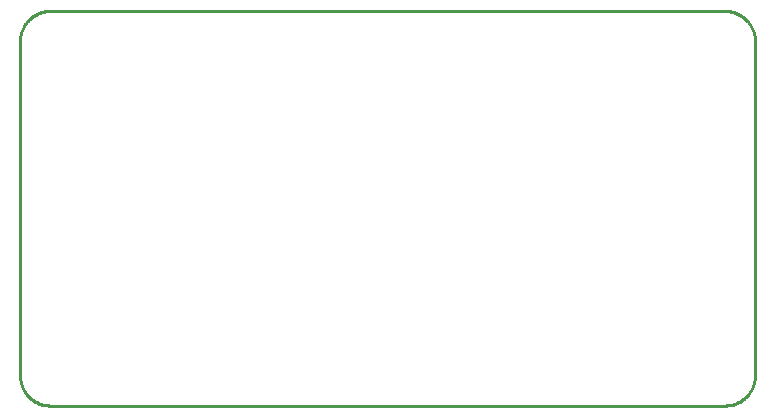
<source format=gko>
*%FSLAX25Y25*%
*%MOIN*%
G01*
%ADD11C,0.00100*%
%ADD12C,0.00700*%
%ADD13C,0.00733*%
%ADD14C,0.01000*%
%ADD15C,0.01200*%
%ADD16C,0.01500*%
%ADD17C,0.02000*%
%ADD18C,0.03000*%
%ADD19C,0.04000*%
%ADD20C,0.04800*%
%ADD21C,0.05000*%
%ADD22C,0.05800*%
%ADD23C,0.07000*%
%ADD24C,0.08000*%
%ADD25C,0.08800*%
%ADD26C,0.12000*%
%ADD27R,0.00967X0.00967*%
%ADD28R,0.01000X0.01000*%
%ADD29R,0.01386X0.01386*%
%ADD30R,0.01500X0.01500*%
%ADD31R,0.02000X0.02000*%
%ADD32R,0.02000X0.02000*%
%ADD33R,0.02500X0.02500*%
%ADD34R,0.02500X0.02500*%
%ADD35R,0.03000X0.03000*%
%ADD36R,0.03000X0.03000*%
%ADD37R,0.03500X0.03500*%
%ADD38R,0.03500X0.03500*%
%ADD39R,0.03800X0.03800*%
%ADD40R,0.04000X0.04000*%
%ADD41R,0.04000X0.04000*%
%ADD42R,0.04500X0.04500*%
%ADD43R,0.05000X0.05000*%
%ADD44R,0.05000X0.06000*%
%ADD45R,0.05000X0.05000*%
%ADD46R,0.05800X0.06800*%
%ADD47R,0.06000X0.05000*%
%ADD48R,0.06000X0.06000*%
%ADD49R,0.06800X0.05800*%
%ADD50R,0.08500X0.08500*%
%ADD51R,0.09000X0.09000*%
%ADD52R,0.10000X0.10000*%
D14*
X876300Y862000D02*
X1101300D01*
Y730500D02*
X876300D01*
X866300Y740500D02*
Y852000D01*
X1111300D02*
Y740500D01*
X876300Y862000D02*
X875973Y861995D01*
X875646Y861979D01*
X875320Y861952D01*
X874995Y861914D01*
X874671Y861866D01*
X874349Y861808D01*
X874029Y861739D01*
X873712Y861659D01*
X873397Y861569D01*
X873086Y861469D01*
X872778Y861359D01*
X872473Y861239D01*
X872173Y861109D01*
X871877Y860969D01*
X871586Y860819D01*
X871300Y860660D01*
X871019Y860492D01*
X870744Y860315D01*
X870475Y860128D01*
X870212Y859933D01*
X869956Y859730D01*
X869706Y859518D01*
X869464Y859299D01*
X869229Y859071D01*
X869001Y858836D01*
X868782Y858594D01*
X868570Y858344D01*
X868367Y858088D01*
X868172Y857825D01*
X867985Y857556D01*
X867808Y857281D01*
X867640Y857000D01*
X867481Y856714D01*
X867331Y856423D01*
X867191Y856127D01*
X867061Y855827D01*
X866941Y855522D01*
X866831Y855214D01*
X866731Y854903D01*
X866641Y854588D01*
X866561Y854271D01*
X866492Y853951D01*
X866434Y853629D01*
X866386Y853305D01*
X866348Y852980D01*
X866321Y852654D01*
X866305Y852327D01*
X866300Y852000D01*
Y740500D02*
X866305Y740173D01*
X866321Y739846D01*
X866348Y739520D01*
X866386Y739195D01*
X866434Y738871D01*
X866492Y738549D01*
X866561Y738229D01*
X866641Y737912D01*
X866731Y737597D01*
X866831Y737286D01*
X866941Y736978D01*
X867061Y736673D01*
X867191Y736373D01*
X867331Y736077D01*
X867481Y735786D01*
X867640Y735500D01*
X867808Y735219D01*
X867985Y734944D01*
X868172Y734675D01*
X868367Y734412D01*
X868570Y734156D01*
X868782Y733906D01*
X869001Y733664D01*
X869229Y733429D01*
X869464Y733201D01*
X869706Y732982D01*
X869956Y732770D01*
X870212Y732566D01*
X870475Y732372D01*
X870744Y732185D01*
X871019Y732008D01*
X871300Y731840D01*
X871586Y731681D01*
X871877Y731531D01*
X872173Y731391D01*
X872473Y731261D01*
X872778Y731141D01*
X873086Y731031D01*
X873397Y730931D01*
X873712Y730841D01*
X874029Y730761D01*
X874349Y730692D01*
X874671Y730634D01*
X874995Y730586D01*
X875320Y730548D01*
X875646Y730521D01*
X875973Y730505D01*
X876300Y730500D01*
X1101300Y862000D02*
X1101627Y861995D01*
X1101954Y861979D01*
X1102280Y861952D01*
X1102605Y861914D01*
X1102929Y861866D01*
X1103251Y861808D01*
X1103571Y861739D01*
X1103888Y861659D01*
X1104203Y861569D01*
X1104514Y861469D01*
X1104822Y861359D01*
X1105127Y861239D01*
X1105427Y861109D01*
X1105723Y860969D01*
X1106014Y860819D01*
X1106300Y860660D01*
X1106581Y860492D01*
X1106856Y860315D01*
X1107125Y860128D01*
X1107388Y859933D01*
X1107644Y859730D01*
X1107894Y859518D01*
X1108136Y859299D01*
X1108371Y859071D01*
X1108599Y858836D01*
X1108818Y858594D01*
X1109030Y858344D01*
X1109234Y858088D01*
X1109428Y857825D01*
X1109615Y857556D01*
X1109792Y857281D01*
X1109960Y857000D01*
X1110119Y856714D01*
X1110269Y856423D01*
X1110409Y856127D01*
X1110539Y855827D01*
X1110659Y855522D01*
X1110769Y855214D01*
X1110869Y854903D01*
X1110959Y854588D01*
X1111039Y854271D01*
X1111108Y853951D01*
X1111166Y853629D01*
X1111214Y853305D01*
X1111252Y852980D01*
X1111279Y852654D01*
X1111295Y852327D01*
X1111300Y852000D01*
Y740500D02*
X1111295Y740173D01*
X1111279Y739846D01*
X1111252Y739520D01*
X1111214Y739195D01*
X1111166Y738871D01*
X1111108Y738549D01*
X1111039Y738229D01*
X1110959Y737912D01*
X1110869Y737597D01*
X1110769Y737286D01*
X1110659Y736978D01*
X1110539Y736673D01*
X1110409Y736373D01*
X1110269Y736077D01*
X1110119Y735786D01*
X1109960Y735500D01*
X1109792Y735219D01*
X1109615Y734944D01*
X1109428Y734675D01*
X1109234Y734412D01*
X1109030Y734156D01*
X1108818Y733906D01*
X1108599Y733664D01*
X1108371Y733429D01*
X1108136Y733201D01*
X1107894Y732982D01*
X1107644Y732770D01*
X1107388Y732566D01*
X1107125Y732372D01*
X1106856Y732185D01*
X1106581Y732008D01*
X1106300Y731840D01*
X1106014Y731681D01*
X1105723Y731531D01*
X1105427Y731391D01*
X1105127Y731261D01*
X1104822Y731141D01*
X1104514Y731031D01*
X1104203Y730931D01*
X1103888Y730841D01*
X1103571Y730761D01*
X1103251Y730692D01*
X1102929Y730634D01*
X1102605Y730586D01*
X1102280Y730548D01*
X1101954Y730521D01*
X1101627Y730505D01*
X1101300Y730500D01*
D02*
M02*

</source>
